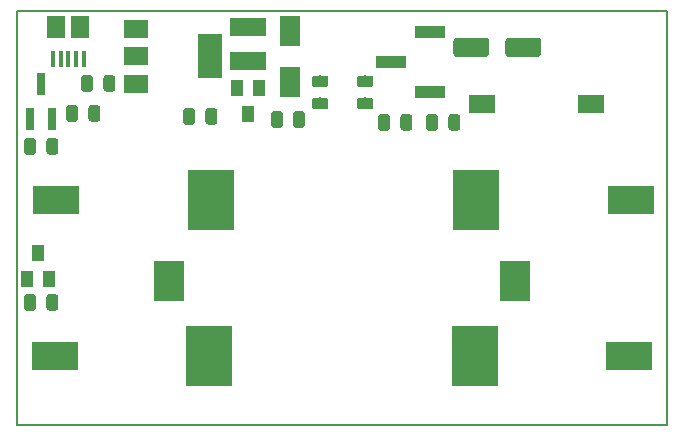
<source format=gbr>
%TF.GenerationSoftware,KiCad,Pcbnew,5.0.2-bee76a0~70~ubuntu18.04.1*%
%TF.CreationDate,2019-10-10T23:15:17+02:00*%
%TF.ProjectId,Mini-BT-Pcb-328P,4d696e69-2d42-4542-9d50-63622d333238,rev?*%
%TF.SameCoordinates,Original*%
%TF.FileFunction,Paste,Bot*%
%TF.FilePolarity,Positive*%
%FSLAX46Y46*%
G04 Gerber Fmt 4.6, Leading zero omitted, Abs format (unit mm)*
G04 Created by KiCad (PCBNEW 5.0.2-bee76a0~70~ubuntu18.04.1) date gio 10 ott 2019 23:15:17 CEST*
%MOMM*%
%LPD*%
G01*
G04 APERTURE LIST*
%ADD10C,0.150000*%
%ADD11R,2.180000X1.600000*%
%ADD12C,1.600000*%
%ADD13R,2.540000X3.510000*%
%ADD14R,3.020000X1.510000*%
%ADD15C,0.975000*%
%ADD16R,2.510000X1.000000*%
%ADD17R,1.500000X1.900000*%
%ADD18R,0.400000X1.350000*%
%ADD19R,1.000000X1.400000*%
%ADD20R,2.000000X3.800000*%
%ADD21R,2.000000X1.500000*%
%ADD22R,0.800000X1.900000*%
%ADD23R,3.960000X5.080000*%
%ADD24R,3.960000X2.340000*%
%ADD25R,1.750000X2.650000*%
G04 APERTURE END LIST*
D10*
X132080000Y-108406000D02*
X132080000Y-73406000D01*
X187080000Y-108406000D02*
X132080000Y-108406000D01*
X187080000Y-73406000D02*
X187080000Y-108406000D01*
X132080000Y-73406000D02*
X187080000Y-73406000D01*
D11*
X180622000Y-81280000D03*
X171422000Y-81280000D03*
D10*
G36*
X171794504Y-75655204D02*
X171818773Y-75658804D01*
X171842571Y-75664765D01*
X171865671Y-75673030D01*
X171887849Y-75683520D01*
X171908893Y-75696133D01*
X171928598Y-75710747D01*
X171946777Y-75727223D01*
X171963253Y-75745402D01*
X171977867Y-75765107D01*
X171990480Y-75786151D01*
X172000970Y-75808329D01*
X172009235Y-75831429D01*
X172015196Y-75855227D01*
X172018796Y-75879496D01*
X172020000Y-75904000D01*
X172020000Y-77004000D01*
X172018796Y-77028504D01*
X172015196Y-77052773D01*
X172009235Y-77076571D01*
X172000970Y-77099671D01*
X171990480Y-77121849D01*
X171977867Y-77142893D01*
X171963253Y-77162598D01*
X171946777Y-77180777D01*
X171928598Y-77197253D01*
X171908893Y-77211867D01*
X171887849Y-77224480D01*
X171865671Y-77234970D01*
X171842571Y-77243235D01*
X171818773Y-77249196D01*
X171794504Y-77252796D01*
X171770000Y-77254000D01*
X169270000Y-77254000D01*
X169245496Y-77252796D01*
X169221227Y-77249196D01*
X169197429Y-77243235D01*
X169174329Y-77234970D01*
X169152151Y-77224480D01*
X169131107Y-77211867D01*
X169111402Y-77197253D01*
X169093223Y-77180777D01*
X169076747Y-77162598D01*
X169062133Y-77142893D01*
X169049520Y-77121849D01*
X169039030Y-77099671D01*
X169030765Y-77076571D01*
X169024804Y-77052773D01*
X169021204Y-77028504D01*
X169020000Y-77004000D01*
X169020000Y-75904000D01*
X169021204Y-75879496D01*
X169024804Y-75855227D01*
X169030765Y-75831429D01*
X169039030Y-75808329D01*
X169049520Y-75786151D01*
X169062133Y-75765107D01*
X169076747Y-75745402D01*
X169093223Y-75727223D01*
X169111402Y-75710747D01*
X169131107Y-75696133D01*
X169152151Y-75683520D01*
X169174329Y-75673030D01*
X169197429Y-75664765D01*
X169221227Y-75658804D01*
X169245496Y-75655204D01*
X169270000Y-75654000D01*
X171770000Y-75654000D01*
X171794504Y-75655204D01*
X171794504Y-75655204D01*
G37*
D12*
X170520000Y-76454000D03*
D10*
G36*
X176194504Y-75655204D02*
X176218773Y-75658804D01*
X176242571Y-75664765D01*
X176265671Y-75673030D01*
X176287849Y-75683520D01*
X176308893Y-75696133D01*
X176328598Y-75710747D01*
X176346777Y-75727223D01*
X176363253Y-75745402D01*
X176377867Y-75765107D01*
X176390480Y-75786151D01*
X176400970Y-75808329D01*
X176409235Y-75831429D01*
X176415196Y-75855227D01*
X176418796Y-75879496D01*
X176420000Y-75904000D01*
X176420000Y-77004000D01*
X176418796Y-77028504D01*
X176415196Y-77052773D01*
X176409235Y-77076571D01*
X176400970Y-77099671D01*
X176390480Y-77121849D01*
X176377867Y-77142893D01*
X176363253Y-77162598D01*
X176346777Y-77180777D01*
X176328598Y-77197253D01*
X176308893Y-77211867D01*
X176287849Y-77224480D01*
X176265671Y-77234970D01*
X176242571Y-77243235D01*
X176218773Y-77249196D01*
X176194504Y-77252796D01*
X176170000Y-77254000D01*
X173670000Y-77254000D01*
X173645496Y-77252796D01*
X173621227Y-77249196D01*
X173597429Y-77243235D01*
X173574329Y-77234970D01*
X173552151Y-77224480D01*
X173531107Y-77211867D01*
X173511402Y-77197253D01*
X173493223Y-77180777D01*
X173476747Y-77162598D01*
X173462133Y-77142893D01*
X173449520Y-77121849D01*
X173439030Y-77099671D01*
X173430765Y-77076571D01*
X173424804Y-77052773D01*
X173421204Y-77028504D01*
X173420000Y-77004000D01*
X173420000Y-75904000D01*
X173421204Y-75879496D01*
X173424804Y-75855227D01*
X173430765Y-75831429D01*
X173439030Y-75808329D01*
X173449520Y-75786151D01*
X173462133Y-75765107D01*
X173476747Y-75745402D01*
X173493223Y-75727223D01*
X173511402Y-75710747D01*
X173531107Y-75696133D01*
X173552151Y-75683520D01*
X173574329Y-75673030D01*
X173597429Y-75664765D01*
X173621227Y-75658804D01*
X173645496Y-75655204D01*
X173670000Y-75654000D01*
X176170000Y-75654000D01*
X176194504Y-75655204D01*
X176194504Y-75655204D01*
G37*
D12*
X174920000Y-76454000D03*
D13*
X144900000Y-96266000D03*
X174260000Y-96266000D03*
D14*
X151638000Y-77650000D03*
X151638000Y-74750000D03*
D10*
G36*
X133442142Y-97345174D02*
X133465803Y-97348684D01*
X133489007Y-97354496D01*
X133511529Y-97362554D01*
X133533153Y-97372782D01*
X133553670Y-97385079D01*
X133572883Y-97399329D01*
X133590607Y-97415393D01*
X133606671Y-97433117D01*
X133620921Y-97452330D01*
X133633218Y-97472847D01*
X133643446Y-97494471D01*
X133651504Y-97516993D01*
X133657316Y-97540197D01*
X133660826Y-97563858D01*
X133662000Y-97587750D01*
X133662000Y-98500250D01*
X133660826Y-98524142D01*
X133657316Y-98547803D01*
X133651504Y-98571007D01*
X133643446Y-98593529D01*
X133633218Y-98615153D01*
X133620921Y-98635670D01*
X133606671Y-98654883D01*
X133590607Y-98672607D01*
X133572883Y-98688671D01*
X133553670Y-98702921D01*
X133533153Y-98715218D01*
X133511529Y-98725446D01*
X133489007Y-98733504D01*
X133465803Y-98739316D01*
X133442142Y-98742826D01*
X133418250Y-98744000D01*
X132930750Y-98744000D01*
X132906858Y-98742826D01*
X132883197Y-98739316D01*
X132859993Y-98733504D01*
X132837471Y-98725446D01*
X132815847Y-98715218D01*
X132795330Y-98702921D01*
X132776117Y-98688671D01*
X132758393Y-98672607D01*
X132742329Y-98654883D01*
X132728079Y-98635670D01*
X132715782Y-98615153D01*
X132705554Y-98593529D01*
X132697496Y-98571007D01*
X132691684Y-98547803D01*
X132688174Y-98524142D01*
X132687000Y-98500250D01*
X132687000Y-97587750D01*
X132688174Y-97563858D01*
X132691684Y-97540197D01*
X132697496Y-97516993D01*
X132705554Y-97494471D01*
X132715782Y-97472847D01*
X132728079Y-97452330D01*
X132742329Y-97433117D01*
X132758393Y-97415393D01*
X132776117Y-97399329D01*
X132795330Y-97385079D01*
X132815847Y-97372782D01*
X132837471Y-97362554D01*
X132859993Y-97354496D01*
X132883197Y-97348684D01*
X132906858Y-97345174D01*
X132930750Y-97344000D01*
X133418250Y-97344000D01*
X133442142Y-97345174D01*
X133442142Y-97345174D01*
G37*
D15*
X133174500Y-98044000D03*
D10*
G36*
X135317142Y-97345174D02*
X135340803Y-97348684D01*
X135364007Y-97354496D01*
X135386529Y-97362554D01*
X135408153Y-97372782D01*
X135428670Y-97385079D01*
X135447883Y-97399329D01*
X135465607Y-97415393D01*
X135481671Y-97433117D01*
X135495921Y-97452330D01*
X135508218Y-97472847D01*
X135518446Y-97494471D01*
X135526504Y-97516993D01*
X135532316Y-97540197D01*
X135535826Y-97563858D01*
X135537000Y-97587750D01*
X135537000Y-98500250D01*
X135535826Y-98524142D01*
X135532316Y-98547803D01*
X135526504Y-98571007D01*
X135518446Y-98593529D01*
X135508218Y-98615153D01*
X135495921Y-98635670D01*
X135481671Y-98654883D01*
X135465607Y-98672607D01*
X135447883Y-98688671D01*
X135428670Y-98702921D01*
X135408153Y-98715218D01*
X135386529Y-98725446D01*
X135364007Y-98733504D01*
X135340803Y-98739316D01*
X135317142Y-98742826D01*
X135293250Y-98744000D01*
X134805750Y-98744000D01*
X134781858Y-98742826D01*
X134758197Y-98739316D01*
X134734993Y-98733504D01*
X134712471Y-98725446D01*
X134690847Y-98715218D01*
X134670330Y-98702921D01*
X134651117Y-98688671D01*
X134633393Y-98672607D01*
X134617329Y-98654883D01*
X134603079Y-98635670D01*
X134590782Y-98615153D01*
X134580554Y-98593529D01*
X134572496Y-98571007D01*
X134566684Y-98547803D01*
X134563174Y-98524142D01*
X134562000Y-98500250D01*
X134562000Y-97587750D01*
X134563174Y-97563858D01*
X134566684Y-97540197D01*
X134572496Y-97516993D01*
X134580554Y-97494471D01*
X134590782Y-97472847D01*
X134603079Y-97452330D01*
X134617329Y-97433117D01*
X134633393Y-97415393D01*
X134651117Y-97399329D01*
X134670330Y-97385079D01*
X134690847Y-97372782D01*
X134712471Y-97362554D01*
X134734993Y-97354496D01*
X134758197Y-97348684D01*
X134781858Y-97345174D01*
X134805750Y-97344000D01*
X135293250Y-97344000D01*
X135317142Y-97345174D01*
X135317142Y-97345174D01*
G37*
D15*
X135049500Y-98044000D03*
D10*
G36*
X138268142Y-78803174D02*
X138291803Y-78806684D01*
X138315007Y-78812496D01*
X138337529Y-78820554D01*
X138359153Y-78830782D01*
X138379670Y-78843079D01*
X138398883Y-78857329D01*
X138416607Y-78873393D01*
X138432671Y-78891117D01*
X138446921Y-78910330D01*
X138459218Y-78930847D01*
X138469446Y-78952471D01*
X138477504Y-78974993D01*
X138483316Y-78998197D01*
X138486826Y-79021858D01*
X138488000Y-79045750D01*
X138488000Y-79958250D01*
X138486826Y-79982142D01*
X138483316Y-80005803D01*
X138477504Y-80029007D01*
X138469446Y-80051529D01*
X138459218Y-80073153D01*
X138446921Y-80093670D01*
X138432671Y-80112883D01*
X138416607Y-80130607D01*
X138398883Y-80146671D01*
X138379670Y-80160921D01*
X138359153Y-80173218D01*
X138337529Y-80183446D01*
X138315007Y-80191504D01*
X138291803Y-80197316D01*
X138268142Y-80200826D01*
X138244250Y-80202000D01*
X137756750Y-80202000D01*
X137732858Y-80200826D01*
X137709197Y-80197316D01*
X137685993Y-80191504D01*
X137663471Y-80183446D01*
X137641847Y-80173218D01*
X137621330Y-80160921D01*
X137602117Y-80146671D01*
X137584393Y-80130607D01*
X137568329Y-80112883D01*
X137554079Y-80093670D01*
X137541782Y-80073153D01*
X137531554Y-80051529D01*
X137523496Y-80029007D01*
X137517684Y-80005803D01*
X137514174Y-79982142D01*
X137513000Y-79958250D01*
X137513000Y-79045750D01*
X137514174Y-79021858D01*
X137517684Y-78998197D01*
X137523496Y-78974993D01*
X137531554Y-78952471D01*
X137541782Y-78930847D01*
X137554079Y-78910330D01*
X137568329Y-78891117D01*
X137584393Y-78873393D01*
X137602117Y-78857329D01*
X137621330Y-78843079D01*
X137641847Y-78830782D01*
X137663471Y-78820554D01*
X137685993Y-78812496D01*
X137709197Y-78806684D01*
X137732858Y-78803174D01*
X137756750Y-78802000D01*
X138244250Y-78802000D01*
X138268142Y-78803174D01*
X138268142Y-78803174D01*
G37*
D15*
X138000500Y-79502000D03*
D10*
G36*
X140143142Y-78803174D02*
X140166803Y-78806684D01*
X140190007Y-78812496D01*
X140212529Y-78820554D01*
X140234153Y-78830782D01*
X140254670Y-78843079D01*
X140273883Y-78857329D01*
X140291607Y-78873393D01*
X140307671Y-78891117D01*
X140321921Y-78910330D01*
X140334218Y-78930847D01*
X140344446Y-78952471D01*
X140352504Y-78974993D01*
X140358316Y-78998197D01*
X140361826Y-79021858D01*
X140363000Y-79045750D01*
X140363000Y-79958250D01*
X140361826Y-79982142D01*
X140358316Y-80005803D01*
X140352504Y-80029007D01*
X140344446Y-80051529D01*
X140334218Y-80073153D01*
X140321921Y-80093670D01*
X140307671Y-80112883D01*
X140291607Y-80130607D01*
X140273883Y-80146671D01*
X140254670Y-80160921D01*
X140234153Y-80173218D01*
X140212529Y-80183446D01*
X140190007Y-80191504D01*
X140166803Y-80197316D01*
X140143142Y-80200826D01*
X140119250Y-80202000D01*
X139631750Y-80202000D01*
X139607858Y-80200826D01*
X139584197Y-80197316D01*
X139560993Y-80191504D01*
X139538471Y-80183446D01*
X139516847Y-80173218D01*
X139496330Y-80160921D01*
X139477117Y-80146671D01*
X139459393Y-80130607D01*
X139443329Y-80112883D01*
X139429079Y-80093670D01*
X139416782Y-80073153D01*
X139406554Y-80051529D01*
X139398496Y-80029007D01*
X139392684Y-80005803D01*
X139389174Y-79982142D01*
X139388000Y-79958250D01*
X139388000Y-79045750D01*
X139389174Y-79021858D01*
X139392684Y-78998197D01*
X139398496Y-78974993D01*
X139406554Y-78952471D01*
X139416782Y-78930847D01*
X139429079Y-78910330D01*
X139443329Y-78891117D01*
X139459393Y-78873393D01*
X139477117Y-78857329D01*
X139496330Y-78843079D01*
X139516847Y-78830782D01*
X139538471Y-78820554D01*
X139560993Y-78812496D01*
X139584197Y-78806684D01*
X139607858Y-78803174D01*
X139631750Y-78802000D01*
X140119250Y-78802000D01*
X140143142Y-78803174D01*
X140143142Y-78803174D01*
G37*
D15*
X139875500Y-79502000D03*
D10*
G36*
X133442142Y-84137174D02*
X133465803Y-84140684D01*
X133489007Y-84146496D01*
X133511529Y-84154554D01*
X133533153Y-84164782D01*
X133553670Y-84177079D01*
X133572883Y-84191329D01*
X133590607Y-84207393D01*
X133606671Y-84225117D01*
X133620921Y-84244330D01*
X133633218Y-84264847D01*
X133643446Y-84286471D01*
X133651504Y-84308993D01*
X133657316Y-84332197D01*
X133660826Y-84355858D01*
X133662000Y-84379750D01*
X133662000Y-85292250D01*
X133660826Y-85316142D01*
X133657316Y-85339803D01*
X133651504Y-85363007D01*
X133643446Y-85385529D01*
X133633218Y-85407153D01*
X133620921Y-85427670D01*
X133606671Y-85446883D01*
X133590607Y-85464607D01*
X133572883Y-85480671D01*
X133553670Y-85494921D01*
X133533153Y-85507218D01*
X133511529Y-85517446D01*
X133489007Y-85525504D01*
X133465803Y-85531316D01*
X133442142Y-85534826D01*
X133418250Y-85536000D01*
X132930750Y-85536000D01*
X132906858Y-85534826D01*
X132883197Y-85531316D01*
X132859993Y-85525504D01*
X132837471Y-85517446D01*
X132815847Y-85507218D01*
X132795330Y-85494921D01*
X132776117Y-85480671D01*
X132758393Y-85464607D01*
X132742329Y-85446883D01*
X132728079Y-85427670D01*
X132715782Y-85407153D01*
X132705554Y-85385529D01*
X132697496Y-85363007D01*
X132691684Y-85339803D01*
X132688174Y-85316142D01*
X132687000Y-85292250D01*
X132687000Y-84379750D01*
X132688174Y-84355858D01*
X132691684Y-84332197D01*
X132697496Y-84308993D01*
X132705554Y-84286471D01*
X132715782Y-84264847D01*
X132728079Y-84244330D01*
X132742329Y-84225117D01*
X132758393Y-84207393D01*
X132776117Y-84191329D01*
X132795330Y-84177079D01*
X132815847Y-84164782D01*
X132837471Y-84154554D01*
X132859993Y-84146496D01*
X132883197Y-84140684D01*
X132906858Y-84137174D01*
X132930750Y-84136000D01*
X133418250Y-84136000D01*
X133442142Y-84137174D01*
X133442142Y-84137174D01*
G37*
D15*
X133174500Y-84836000D03*
D10*
G36*
X135317142Y-84137174D02*
X135340803Y-84140684D01*
X135364007Y-84146496D01*
X135386529Y-84154554D01*
X135408153Y-84164782D01*
X135428670Y-84177079D01*
X135447883Y-84191329D01*
X135465607Y-84207393D01*
X135481671Y-84225117D01*
X135495921Y-84244330D01*
X135508218Y-84264847D01*
X135518446Y-84286471D01*
X135526504Y-84308993D01*
X135532316Y-84332197D01*
X135535826Y-84355858D01*
X135537000Y-84379750D01*
X135537000Y-85292250D01*
X135535826Y-85316142D01*
X135532316Y-85339803D01*
X135526504Y-85363007D01*
X135518446Y-85385529D01*
X135508218Y-85407153D01*
X135495921Y-85427670D01*
X135481671Y-85446883D01*
X135465607Y-85464607D01*
X135447883Y-85480671D01*
X135428670Y-85494921D01*
X135408153Y-85507218D01*
X135386529Y-85517446D01*
X135364007Y-85525504D01*
X135340803Y-85531316D01*
X135317142Y-85534826D01*
X135293250Y-85536000D01*
X134805750Y-85536000D01*
X134781858Y-85534826D01*
X134758197Y-85531316D01*
X134734993Y-85525504D01*
X134712471Y-85517446D01*
X134690847Y-85507218D01*
X134670330Y-85494921D01*
X134651117Y-85480671D01*
X134633393Y-85464607D01*
X134617329Y-85446883D01*
X134603079Y-85427670D01*
X134590782Y-85407153D01*
X134580554Y-85385529D01*
X134572496Y-85363007D01*
X134566684Y-85339803D01*
X134563174Y-85316142D01*
X134562000Y-85292250D01*
X134562000Y-84379750D01*
X134563174Y-84355858D01*
X134566684Y-84332197D01*
X134572496Y-84308993D01*
X134580554Y-84286471D01*
X134590782Y-84264847D01*
X134603079Y-84244330D01*
X134617329Y-84225117D01*
X134633393Y-84207393D01*
X134651117Y-84191329D01*
X134670330Y-84177079D01*
X134690847Y-84164782D01*
X134712471Y-84154554D01*
X134734993Y-84146496D01*
X134758197Y-84140684D01*
X134781858Y-84137174D01*
X134805750Y-84136000D01*
X135293250Y-84136000D01*
X135317142Y-84137174D01*
X135317142Y-84137174D01*
G37*
D15*
X135049500Y-84836000D03*
D10*
G36*
X169353142Y-82105174D02*
X169376803Y-82108684D01*
X169400007Y-82114496D01*
X169422529Y-82122554D01*
X169444153Y-82132782D01*
X169464670Y-82145079D01*
X169483883Y-82159329D01*
X169501607Y-82175393D01*
X169517671Y-82193117D01*
X169531921Y-82212330D01*
X169544218Y-82232847D01*
X169554446Y-82254471D01*
X169562504Y-82276993D01*
X169568316Y-82300197D01*
X169571826Y-82323858D01*
X169573000Y-82347750D01*
X169573000Y-83260250D01*
X169571826Y-83284142D01*
X169568316Y-83307803D01*
X169562504Y-83331007D01*
X169554446Y-83353529D01*
X169544218Y-83375153D01*
X169531921Y-83395670D01*
X169517671Y-83414883D01*
X169501607Y-83432607D01*
X169483883Y-83448671D01*
X169464670Y-83462921D01*
X169444153Y-83475218D01*
X169422529Y-83485446D01*
X169400007Y-83493504D01*
X169376803Y-83499316D01*
X169353142Y-83502826D01*
X169329250Y-83504000D01*
X168841750Y-83504000D01*
X168817858Y-83502826D01*
X168794197Y-83499316D01*
X168770993Y-83493504D01*
X168748471Y-83485446D01*
X168726847Y-83475218D01*
X168706330Y-83462921D01*
X168687117Y-83448671D01*
X168669393Y-83432607D01*
X168653329Y-83414883D01*
X168639079Y-83395670D01*
X168626782Y-83375153D01*
X168616554Y-83353529D01*
X168608496Y-83331007D01*
X168602684Y-83307803D01*
X168599174Y-83284142D01*
X168598000Y-83260250D01*
X168598000Y-82347750D01*
X168599174Y-82323858D01*
X168602684Y-82300197D01*
X168608496Y-82276993D01*
X168616554Y-82254471D01*
X168626782Y-82232847D01*
X168639079Y-82212330D01*
X168653329Y-82193117D01*
X168669393Y-82175393D01*
X168687117Y-82159329D01*
X168706330Y-82145079D01*
X168726847Y-82132782D01*
X168748471Y-82122554D01*
X168770993Y-82114496D01*
X168794197Y-82108684D01*
X168817858Y-82105174D01*
X168841750Y-82104000D01*
X169329250Y-82104000D01*
X169353142Y-82105174D01*
X169353142Y-82105174D01*
G37*
D15*
X169085500Y-82804000D03*
D10*
G36*
X167478142Y-82105174D02*
X167501803Y-82108684D01*
X167525007Y-82114496D01*
X167547529Y-82122554D01*
X167569153Y-82132782D01*
X167589670Y-82145079D01*
X167608883Y-82159329D01*
X167626607Y-82175393D01*
X167642671Y-82193117D01*
X167656921Y-82212330D01*
X167669218Y-82232847D01*
X167679446Y-82254471D01*
X167687504Y-82276993D01*
X167693316Y-82300197D01*
X167696826Y-82323858D01*
X167698000Y-82347750D01*
X167698000Y-83260250D01*
X167696826Y-83284142D01*
X167693316Y-83307803D01*
X167687504Y-83331007D01*
X167679446Y-83353529D01*
X167669218Y-83375153D01*
X167656921Y-83395670D01*
X167642671Y-83414883D01*
X167626607Y-83432607D01*
X167608883Y-83448671D01*
X167589670Y-83462921D01*
X167569153Y-83475218D01*
X167547529Y-83485446D01*
X167525007Y-83493504D01*
X167501803Y-83499316D01*
X167478142Y-83502826D01*
X167454250Y-83504000D01*
X166966750Y-83504000D01*
X166942858Y-83502826D01*
X166919197Y-83499316D01*
X166895993Y-83493504D01*
X166873471Y-83485446D01*
X166851847Y-83475218D01*
X166831330Y-83462921D01*
X166812117Y-83448671D01*
X166794393Y-83432607D01*
X166778329Y-83414883D01*
X166764079Y-83395670D01*
X166751782Y-83375153D01*
X166741554Y-83353529D01*
X166733496Y-83331007D01*
X166727684Y-83307803D01*
X166724174Y-83284142D01*
X166723000Y-83260250D01*
X166723000Y-82347750D01*
X166724174Y-82323858D01*
X166727684Y-82300197D01*
X166733496Y-82276993D01*
X166741554Y-82254471D01*
X166751782Y-82232847D01*
X166764079Y-82212330D01*
X166778329Y-82193117D01*
X166794393Y-82175393D01*
X166812117Y-82159329D01*
X166831330Y-82145079D01*
X166851847Y-82132782D01*
X166873471Y-82122554D01*
X166895993Y-82114496D01*
X166919197Y-82108684D01*
X166942858Y-82105174D01*
X166966750Y-82104000D01*
X167454250Y-82104000D01*
X167478142Y-82105174D01*
X167478142Y-82105174D01*
G37*
D15*
X167210500Y-82804000D03*
D16*
X167009000Y-75184000D03*
X167009000Y-80264000D03*
X163699000Y-77724000D03*
D17*
X137398000Y-74708500D03*
D18*
X135748000Y-77408500D03*
X135098000Y-77408500D03*
X137698000Y-77408500D03*
X137048000Y-77408500D03*
X136398000Y-77408500D03*
D17*
X135398000Y-74708500D03*
D19*
X151638000Y-82126000D03*
X152588000Y-79926000D03*
X150688000Y-79926000D03*
X133858000Y-93896000D03*
X132908000Y-96096000D03*
X134808000Y-96096000D03*
D20*
X148438000Y-77216000D03*
D21*
X142138000Y-77216000D03*
X142138000Y-74916000D03*
X142138000Y-79516000D03*
D22*
X135062000Y-82526000D03*
X133162000Y-82526000D03*
X134112000Y-79526000D03*
D10*
G36*
X158214142Y-80715174D02*
X158237803Y-80718684D01*
X158261007Y-80724496D01*
X158283529Y-80732554D01*
X158305153Y-80742782D01*
X158325670Y-80755079D01*
X158344883Y-80769329D01*
X158362607Y-80785393D01*
X158378671Y-80803117D01*
X158392921Y-80822330D01*
X158405218Y-80842847D01*
X158415446Y-80864471D01*
X158423504Y-80886993D01*
X158429316Y-80910197D01*
X158432826Y-80933858D01*
X158434000Y-80957750D01*
X158434000Y-81445250D01*
X158432826Y-81469142D01*
X158429316Y-81492803D01*
X158423504Y-81516007D01*
X158415446Y-81538529D01*
X158405218Y-81560153D01*
X158392921Y-81580670D01*
X158378671Y-81599883D01*
X158362607Y-81617607D01*
X158344883Y-81633671D01*
X158325670Y-81647921D01*
X158305153Y-81660218D01*
X158283529Y-81670446D01*
X158261007Y-81678504D01*
X158237803Y-81684316D01*
X158214142Y-81687826D01*
X158190250Y-81689000D01*
X157277750Y-81689000D01*
X157253858Y-81687826D01*
X157230197Y-81684316D01*
X157206993Y-81678504D01*
X157184471Y-81670446D01*
X157162847Y-81660218D01*
X157142330Y-81647921D01*
X157123117Y-81633671D01*
X157105393Y-81617607D01*
X157089329Y-81599883D01*
X157075079Y-81580670D01*
X157062782Y-81560153D01*
X157052554Y-81538529D01*
X157044496Y-81516007D01*
X157038684Y-81492803D01*
X157035174Y-81469142D01*
X157034000Y-81445250D01*
X157034000Y-80957750D01*
X157035174Y-80933858D01*
X157038684Y-80910197D01*
X157044496Y-80886993D01*
X157052554Y-80864471D01*
X157062782Y-80842847D01*
X157075079Y-80822330D01*
X157089329Y-80803117D01*
X157105393Y-80785393D01*
X157123117Y-80769329D01*
X157142330Y-80755079D01*
X157162847Y-80742782D01*
X157184471Y-80732554D01*
X157206993Y-80724496D01*
X157230197Y-80718684D01*
X157253858Y-80715174D01*
X157277750Y-80714000D01*
X158190250Y-80714000D01*
X158214142Y-80715174D01*
X158214142Y-80715174D01*
G37*
D15*
X157734000Y-81201500D03*
D10*
G36*
X158214142Y-78840174D02*
X158237803Y-78843684D01*
X158261007Y-78849496D01*
X158283529Y-78857554D01*
X158305153Y-78867782D01*
X158325670Y-78880079D01*
X158344883Y-78894329D01*
X158362607Y-78910393D01*
X158378671Y-78928117D01*
X158392921Y-78947330D01*
X158405218Y-78967847D01*
X158415446Y-78989471D01*
X158423504Y-79011993D01*
X158429316Y-79035197D01*
X158432826Y-79058858D01*
X158434000Y-79082750D01*
X158434000Y-79570250D01*
X158432826Y-79594142D01*
X158429316Y-79617803D01*
X158423504Y-79641007D01*
X158415446Y-79663529D01*
X158405218Y-79685153D01*
X158392921Y-79705670D01*
X158378671Y-79724883D01*
X158362607Y-79742607D01*
X158344883Y-79758671D01*
X158325670Y-79772921D01*
X158305153Y-79785218D01*
X158283529Y-79795446D01*
X158261007Y-79803504D01*
X158237803Y-79809316D01*
X158214142Y-79812826D01*
X158190250Y-79814000D01*
X157277750Y-79814000D01*
X157253858Y-79812826D01*
X157230197Y-79809316D01*
X157206993Y-79803504D01*
X157184471Y-79795446D01*
X157162847Y-79785218D01*
X157142330Y-79772921D01*
X157123117Y-79758671D01*
X157105393Y-79742607D01*
X157089329Y-79724883D01*
X157075079Y-79705670D01*
X157062782Y-79685153D01*
X157052554Y-79663529D01*
X157044496Y-79641007D01*
X157038684Y-79617803D01*
X157035174Y-79594142D01*
X157034000Y-79570250D01*
X157034000Y-79082750D01*
X157035174Y-79058858D01*
X157038684Y-79035197D01*
X157044496Y-79011993D01*
X157052554Y-78989471D01*
X157062782Y-78967847D01*
X157075079Y-78947330D01*
X157089329Y-78928117D01*
X157105393Y-78910393D01*
X157123117Y-78894329D01*
X157142330Y-78880079D01*
X157162847Y-78867782D01*
X157184471Y-78857554D01*
X157206993Y-78849496D01*
X157230197Y-78843684D01*
X157253858Y-78840174D01*
X157277750Y-78839000D01*
X158190250Y-78839000D01*
X158214142Y-78840174D01*
X158214142Y-78840174D01*
G37*
D15*
X157734000Y-79326500D03*
D10*
G36*
X162024142Y-78840174D02*
X162047803Y-78843684D01*
X162071007Y-78849496D01*
X162093529Y-78857554D01*
X162115153Y-78867782D01*
X162135670Y-78880079D01*
X162154883Y-78894329D01*
X162172607Y-78910393D01*
X162188671Y-78928117D01*
X162202921Y-78947330D01*
X162215218Y-78967847D01*
X162225446Y-78989471D01*
X162233504Y-79011993D01*
X162239316Y-79035197D01*
X162242826Y-79058858D01*
X162244000Y-79082750D01*
X162244000Y-79570250D01*
X162242826Y-79594142D01*
X162239316Y-79617803D01*
X162233504Y-79641007D01*
X162225446Y-79663529D01*
X162215218Y-79685153D01*
X162202921Y-79705670D01*
X162188671Y-79724883D01*
X162172607Y-79742607D01*
X162154883Y-79758671D01*
X162135670Y-79772921D01*
X162115153Y-79785218D01*
X162093529Y-79795446D01*
X162071007Y-79803504D01*
X162047803Y-79809316D01*
X162024142Y-79812826D01*
X162000250Y-79814000D01*
X161087750Y-79814000D01*
X161063858Y-79812826D01*
X161040197Y-79809316D01*
X161016993Y-79803504D01*
X160994471Y-79795446D01*
X160972847Y-79785218D01*
X160952330Y-79772921D01*
X160933117Y-79758671D01*
X160915393Y-79742607D01*
X160899329Y-79724883D01*
X160885079Y-79705670D01*
X160872782Y-79685153D01*
X160862554Y-79663529D01*
X160854496Y-79641007D01*
X160848684Y-79617803D01*
X160845174Y-79594142D01*
X160844000Y-79570250D01*
X160844000Y-79082750D01*
X160845174Y-79058858D01*
X160848684Y-79035197D01*
X160854496Y-79011993D01*
X160862554Y-78989471D01*
X160872782Y-78967847D01*
X160885079Y-78947330D01*
X160899329Y-78928117D01*
X160915393Y-78910393D01*
X160933117Y-78894329D01*
X160952330Y-78880079D01*
X160972847Y-78867782D01*
X160994471Y-78857554D01*
X161016993Y-78849496D01*
X161040197Y-78843684D01*
X161063858Y-78840174D01*
X161087750Y-78839000D01*
X162000250Y-78839000D01*
X162024142Y-78840174D01*
X162024142Y-78840174D01*
G37*
D15*
X161544000Y-79326500D03*
D10*
G36*
X162024142Y-80715174D02*
X162047803Y-80718684D01*
X162071007Y-80724496D01*
X162093529Y-80732554D01*
X162115153Y-80742782D01*
X162135670Y-80755079D01*
X162154883Y-80769329D01*
X162172607Y-80785393D01*
X162188671Y-80803117D01*
X162202921Y-80822330D01*
X162215218Y-80842847D01*
X162225446Y-80864471D01*
X162233504Y-80886993D01*
X162239316Y-80910197D01*
X162242826Y-80933858D01*
X162244000Y-80957750D01*
X162244000Y-81445250D01*
X162242826Y-81469142D01*
X162239316Y-81492803D01*
X162233504Y-81516007D01*
X162225446Y-81538529D01*
X162215218Y-81560153D01*
X162202921Y-81580670D01*
X162188671Y-81599883D01*
X162172607Y-81617607D01*
X162154883Y-81633671D01*
X162135670Y-81647921D01*
X162115153Y-81660218D01*
X162093529Y-81670446D01*
X162071007Y-81678504D01*
X162047803Y-81684316D01*
X162024142Y-81687826D01*
X162000250Y-81689000D01*
X161087750Y-81689000D01*
X161063858Y-81687826D01*
X161040197Y-81684316D01*
X161016993Y-81678504D01*
X160994471Y-81670446D01*
X160972847Y-81660218D01*
X160952330Y-81647921D01*
X160933117Y-81633671D01*
X160915393Y-81617607D01*
X160899329Y-81599883D01*
X160885079Y-81580670D01*
X160872782Y-81560153D01*
X160862554Y-81538529D01*
X160854496Y-81516007D01*
X160848684Y-81492803D01*
X160845174Y-81469142D01*
X160844000Y-81445250D01*
X160844000Y-80957750D01*
X160845174Y-80933858D01*
X160848684Y-80910197D01*
X160854496Y-80886993D01*
X160862554Y-80864471D01*
X160872782Y-80842847D01*
X160885079Y-80822330D01*
X160899329Y-80803117D01*
X160915393Y-80785393D01*
X160933117Y-80769329D01*
X160952330Y-80755079D01*
X160972847Y-80742782D01*
X160994471Y-80732554D01*
X161016993Y-80724496D01*
X161040197Y-80718684D01*
X161063858Y-80715174D01*
X161087750Y-80714000D01*
X162000250Y-80714000D01*
X162024142Y-80715174D01*
X162024142Y-80715174D01*
G37*
D15*
X161544000Y-81201500D03*
D10*
G36*
X138873142Y-81343174D02*
X138896803Y-81346684D01*
X138920007Y-81352496D01*
X138942529Y-81360554D01*
X138964153Y-81370782D01*
X138984670Y-81383079D01*
X139003883Y-81397329D01*
X139021607Y-81413393D01*
X139037671Y-81431117D01*
X139051921Y-81450330D01*
X139064218Y-81470847D01*
X139074446Y-81492471D01*
X139082504Y-81514993D01*
X139088316Y-81538197D01*
X139091826Y-81561858D01*
X139093000Y-81585750D01*
X139093000Y-82498250D01*
X139091826Y-82522142D01*
X139088316Y-82545803D01*
X139082504Y-82569007D01*
X139074446Y-82591529D01*
X139064218Y-82613153D01*
X139051921Y-82633670D01*
X139037671Y-82652883D01*
X139021607Y-82670607D01*
X139003883Y-82686671D01*
X138984670Y-82700921D01*
X138964153Y-82713218D01*
X138942529Y-82723446D01*
X138920007Y-82731504D01*
X138896803Y-82737316D01*
X138873142Y-82740826D01*
X138849250Y-82742000D01*
X138361750Y-82742000D01*
X138337858Y-82740826D01*
X138314197Y-82737316D01*
X138290993Y-82731504D01*
X138268471Y-82723446D01*
X138246847Y-82713218D01*
X138226330Y-82700921D01*
X138207117Y-82686671D01*
X138189393Y-82670607D01*
X138173329Y-82652883D01*
X138159079Y-82633670D01*
X138146782Y-82613153D01*
X138136554Y-82591529D01*
X138128496Y-82569007D01*
X138122684Y-82545803D01*
X138119174Y-82522142D01*
X138118000Y-82498250D01*
X138118000Y-81585750D01*
X138119174Y-81561858D01*
X138122684Y-81538197D01*
X138128496Y-81514993D01*
X138136554Y-81492471D01*
X138146782Y-81470847D01*
X138159079Y-81450330D01*
X138173329Y-81431117D01*
X138189393Y-81413393D01*
X138207117Y-81397329D01*
X138226330Y-81383079D01*
X138246847Y-81370782D01*
X138268471Y-81360554D01*
X138290993Y-81352496D01*
X138314197Y-81346684D01*
X138337858Y-81343174D01*
X138361750Y-81342000D01*
X138849250Y-81342000D01*
X138873142Y-81343174D01*
X138873142Y-81343174D01*
G37*
D15*
X138605500Y-82042000D03*
D10*
G36*
X136998142Y-81343174D02*
X137021803Y-81346684D01*
X137045007Y-81352496D01*
X137067529Y-81360554D01*
X137089153Y-81370782D01*
X137109670Y-81383079D01*
X137128883Y-81397329D01*
X137146607Y-81413393D01*
X137162671Y-81431117D01*
X137176921Y-81450330D01*
X137189218Y-81470847D01*
X137199446Y-81492471D01*
X137207504Y-81514993D01*
X137213316Y-81538197D01*
X137216826Y-81561858D01*
X137218000Y-81585750D01*
X137218000Y-82498250D01*
X137216826Y-82522142D01*
X137213316Y-82545803D01*
X137207504Y-82569007D01*
X137199446Y-82591529D01*
X137189218Y-82613153D01*
X137176921Y-82633670D01*
X137162671Y-82652883D01*
X137146607Y-82670607D01*
X137128883Y-82686671D01*
X137109670Y-82700921D01*
X137089153Y-82713218D01*
X137067529Y-82723446D01*
X137045007Y-82731504D01*
X137021803Y-82737316D01*
X136998142Y-82740826D01*
X136974250Y-82742000D01*
X136486750Y-82742000D01*
X136462858Y-82740826D01*
X136439197Y-82737316D01*
X136415993Y-82731504D01*
X136393471Y-82723446D01*
X136371847Y-82713218D01*
X136351330Y-82700921D01*
X136332117Y-82686671D01*
X136314393Y-82670607D01*
X136298329Y-82652883D01*
X136284079Y-82633670D01*
X136271782Y-82613153D01*
X136261554Y-82591529D01*
X136253496Y-82569007D01*
X136247684Y-82545803D01*
X136244174Y-82522142D01*
X136243000Y-82498250D01*
X136243000Y-81585750D01*
X136244174Y-81561858D01*
X136247684Y-81538197D01*
X136253496Y-81514993D01*
X136261554Y-81492471D01*
X136271782Y-81470847D01*
X136284079Y-81450330D01*
X136298329Y-81431117D01*
X136314393Y-81413393D01*
X136332117Y-81397329D01*
X136351330Y-81383079D01*
X136371847Y-81370782D01*
X136393471Y-81360554D01*
X136415993Y-81352496D01*
X136439197Y-81346684D01*
X136462858Y-81343174D01*
X136486750Y-81342000D01*
X136974250Y-81342000D01*
X136998142Y-81343174D01*
X136998142Y-81343174D01*
G37*
D15*
X136730500Y-82042000D03*
D10*
G36*
X148779142Y-81597174D02*
X148802803Y-81600684D01*
X148826007Y-81606496D01*
X148848529Y-81614554D01*
X148870153Y-81624782D01*
X148890670Y-81637079D01*
X148909883Y-81651329D01*
X148927607Y-81667393D01*
X148943671Y-81685117D01*
X148957921Y-81704330D01*
X148970218Y-81724847D01*
X148980446Y-81746471D01*
X148988504Y-81768993D01*
X148994316Y-81792197D01*
X148997826Y-81815858D01*
X148999000Y-81839750D01*
X148999000Y-82752250D01*
X148997826Y-82776142D01*
X148994316Y-82799803D01*
X148988504Y-82823007D01*
X148980446Y-82845529D01*
X148970218Y-82867153D01*
X148957921Y-82887670D01*
X148943671Y-82906883D01*
X148927607Y-82924607D01*
X148909883Y-82940671D01*
X148890670Y-82954921D01*
X148870153Y-82967218D01*
X148848529Y-82977446D01*
X148826007Y-82985504D01*
X148802803Y-82991316D01*
X148779142Y-82994826D01*
X148755250Y-82996000D01*
X148267750Y-82996000D01*
X148243858Y-82994826D01*
X148220197Y-82991316D01*
X148196993Y-82985504D01*
X148174471Y-82977446D01*
X148152847Y-82967218D01*
X148132330Y-82954921D01*
X148113117Y-82940671D01*
X148095393Y-82924607D01*
X148079329Y-82906883D01*
X148065079Y-82887670D01*
X148052782Y-82867153D01*
X148042554Y-82845529D01*
X148034496Y-82823007D01*
X148028684Y-82799803D01*
X148025174Y-82776142D01*
X148024000Y-82752250D01*
X148024000Y-81839750D01*
X148025174Y-81815858D01*
X148028684Y-81792197D01*
X148034496Y-81768993D01*
X148042554Y-81746471D01*
X148052782Y-81724847D01*
X148065079Y-81704330D01*
X148079329Y-81685117D01*
X148095393Y-81667393D01*
X148113117Y-81651329D01*
X148132330Y-81637079D01*
X148152847Y-81624782D01*
X148174471Y-81614554D01*
X148196993Y-81606496D01*
X148220197Y-81600684D01*
X148243858Y-81597174D01*
X148267750Y-81596000D01*
X148755250Y-81596000D01*
X148779142Y-81597174D01*
X148779142Y-81597174D01*
G37*
D15*
X148511500Y-82296000D03*
D10*
G36*
X146904142Y-81597174D02*
X146927803Y-81600684D01*
X146951007Y-81606496D01*
X146973529Y-81614554D01*
X146995153Y-81624782D01*
X147015670Y-81637079D01*
X147034883Y-81651329D01*
X147052607Y-81667393D01*
X147068671Y-81685117D01*
X147082921Y-81704330D01*
X147095218Y-81724847D01*
X147105446Y-81746471D01*
X147113504Y-81768993D01*
X147119316Y-81792197D01*
X147122826Y-81815858D01*
X147124000Y-81839750D01*
X147124000Y-82752250D01*
X147122826Y-82776142D01*
X147119316Y-82799803D01*
X147113504Y-82823007D01*
X147105446Y-82845529D01*
X147095218Y-82867153D01*
X147082921Y-82887670D01*
X147068671Y-82906883D01*
X147052607Y-82924607D01*
X147034883Y-82940671D01*
X147015670Y-82954921D01*
X146995153Y-82967218D01*
X146973529Y-82977446D01*
X146951007Y-82985504D01*
X146927803Y-82991316D01*
X146904142Y-82994826D01*
X146880250Y-82996000D01*
X146392750Y-82996000D01*
X146368858Y-82994826D01*
X146345197Y-82991316D01*
X146321993Y-82985504D01*
X146299471Y-82977446D01*
X146277847Y-82967218D01*
X146257330Y-82954921D01*
X146238117Y-82940671D01*
X146220393Y-82924607D01*
X146204329Y-82906883D01*
X146190079Y-82887670D01*
X146177782Y-82867153D01*
X146167554Y-82845529D01*
X146159496Y-82823007D01*
X146153684Y-82799803D01*
X146150174Y-82776142D01*
X146149000Y-82752250D01*
X146149000Y-81839750D01*
X146150174Y-81815858D01*
X146153684Y-81792197D01*
X146159496Y-81768993D01*
X146167554Y-81746471D01*
X146177782Y-81724847D01*
X146190079Y-81704330D01*
X146204329Y-81685117D01*
X146220393Y-81667393D01*
X146238117Y-81651329D01*
X146257330Y-81637079D01*
X146277847Y-81624782D01*
X146299471Y-81614554D01*
X146321993Y-81606496D01*
X146345197Y-81600684D01*
X146368858Y-81597174D01*
X146392750Y-81596000D01*
X146880250Y-81596000D01*
X146904142Y-81597174D01*
X146904142Y-81597174D01*
G37*
D15*
X146636500Y-82296000D03*
D10*
G36*
X154348642Y-81851174D02*
X154372303Y-81854684D01*
X154395507Y-81860496D01*
X154418029Y-81868554D01*
X154439653Y-81878782D01*
X154460170Y-81891079D01*
X154479383Y-81905329D01*
X154497107Y-81921393D01*
X154513171Y-81939117D01*
X154527421Y-81958330D01*
X154539718Y-81978847D01*
X154549946Y-82000471D01*
X154558004Y-82022993D01*
X154563816Y-82046197D01*
X154567326Y-82069858D01*
X154568500Y-82093750D01*
X154568500Y-83006250D01*
X154567326Y-83030142D01*
X154563816Y-83053803D01*
X154558004Y-83077007D01*
X154549946Y-83099529D01*
X154539718Y-83121153D01*
X154527421Y-83141670D01*
X154513171Y-83160883D01*
X154497107Y-83178607D01*
X154479383Y-83194671D01*
X154460170Y-83208921D01*
X154439653Y-83221218D01*
X154418029Y-83231446D01*
X154395507Y-83239504D01*
X154372303Y-83245316D01*
X154348642Y-83248826D01*
X154324750Y-83250000D01*
X153837250Y-83250000D01*
X153813358Y-83248826D01*
X153789697Y-83245316D01*
X153766493Y-83239504D01*
X153743971Y-83231446D01*
X153722347Y-83221218D01*
X153701830Y-83208921D01*
X153682617Y-83194671D01*
X153664893Y-83178607D01*
X153648829Y-83160883D01*
X153634579Y-83141670D01*
X153622282Y-83121153D01*
X153612054Y-83099529D01*
X153603996Y-83077007D01*
X153598184Y-83053803D01*
X153594674Y-83030142D01*
X153593500Y-83006250D01*
X153593500Y-82093750D01*
X153594674Y-82069858D01*
X153598184Y-82046197D01*
X153603996Y-82022993D01*
X153612054Y-82000471D01*
X153622282Y-81978847D01*
X153634579Y-81958330D01*
X153648829Y-81939117D01*
X153664893Y-81921393D01*
X153682617Y-81905329D01*
X153701830Y-81891079D01*
X153722347Y-81878782D01*
X153743971Y-81868554D01*
X153766493Y-81860496D01*
X153789697Y-81854684D01*
X153813358Y-81851174D01*
X153837250Y-81850000D01*
X154324750Y-81850000D01*
X154348642Y-81851174D01*
X154348642Y-81851174D01*
G37*
D15*
X154081000Y-82550000D03*
D10*
G36*
X156223642Y-81851174D02*
X156247303Y-81854684D01*
X156270507Y-81860496D01*
X156293029Y-81868554D01*
X156314653Y-81878782D01*
X156335170Y-81891079D01*
X156354383Y-81905329D01*
X156372107Y-81921393D01*
X156388171Y-81939117D01*
X156402421Y-81958330D01*
X156414718Y-81978847D01*
X156424946Y-82000471D01*
X156433004Y-82022993D01*
X156438816Y-82046197D01*
X156442326Y-82069858D01*
X156443500Y-82093750D01*
X156443500Y-83006250D01*
X156442326Y-83030142D01*
X156438816Y-83053803D01*
X156433004Y-83077007D01*
X156424946Y-83099529D01*
X156414718Y-83121153D01*
X156402421Y-83141670D01*
X156388171Y-83160883D01*
X156372107Y-83178607D01*
X156354383Y-83194671D01*
X156335170Y-83208921D01*
X156314653Y-83221218D01*
X156293029Y-83231446D01*
X156270507Y-83239504D01*
X156247303Y-83245316D01*
X156223642Y-83248826D01*
X156199750Y-83250000D01*
X155712250Y-83250000D01*
X155688358Y-83248826D01*
X155664697Y-83245316D01*
X155641493Y-83239504D01*
X155618971Y-83231446D01*
X155597347Y-83221218D01*
X155576830Y-83208921D01*
X155557617Y-83194671D01*
X155539893Y-83178607D01*
X155523829Y-83160883D01*
X155509579Y-83141670D01*
X155497282Y-83121153D01*
X155487054Y-83099529D01*
X155478996Y-83077007D01*
X155473184Y-83053803D01*
X155469674Y-83030142D01*
X155468500Y-83006250D01*
X155468500Y-82093750D01*
X155469674Y-82069858D01*
X155473184Y-82046197D01*
X155478996Y-82022993D01*
X155487054Y-82000471D01*
X155497282Y-81978847D01*
X155509579Y-81958330D01*
X155523829Y-81939117D01*
X155539893Y-81921393D01*
X155557617Y-81905329D01*
X155576830Y-81891079D01*
X155597347Y-81878782D01*
X155618971Y-81868554D01*
X155641493Y-81860496D01*
X155664697Y-81854684D01*
X155688358Y-81851174D01*
X155712250Y-81850000D01*
X156199750Y-81850000D01*
X156223642Y-81851174D01*
X156223642Y-81851174D01*
G37*
D15*
X155956000Y-82550000D03*
D10*
G36*
X165289142Y-82105174D02*
X165312803Y-82108684D01*
X165336007Y-82114496D01*
X165358529Y-82122554D01*
X165380153Y-82132782D01*
X165400670Y-82145079D01*
X165419883Y-82159329D01*
X165437607Y-82175393D01*
X165453671Y-82193117D01*
X165467921Y-82212330D01*
X165480218Y-82232847D01*
X165490446Y-82254471D01*
X165498504Y-82276993D01*
X165504316Y-82300197D01*
X165507826Y-82323858D01*
X165509000Y-82347750D01*
X165509000Y-83260250D01*
X165507826Y-83284142D01*
X165504316Y-83307803D01*
X165498504Y-83331007D01*
X165490446Y-83353529D01*
X165480218Y-83375153D01*
X165467921Y-83395670D01*
X165453671Y-83414883D01*
X165437607Y-83432607D01*
X165419883Y-83448671D01*
X165400670Y-83462921D01*
X165380153Y-83475218D01*
X165358529Y-83485446D01*
X165336007Y-83493504D01*
X165312803Y-83499316D01*
X165289142Y-83502826D01*
X165265250Y-83504000D01*
X164777750Y-83504000D01*
X164753858Y-83502826D01*
X164730197Y-83499316D01*
X164706993Y-83493504D01*
X164684471Y-83485446D01*
X164662847Y-83475218D01*
X164642330Y-83462921D01*
X164623117Y-83448671D01*
X164605393Y-83432607D01*
X164589329Y-83414883D01*
X164575079Y-83395670D01*
X164562782Y-83375153D01*
X164552554Y-83353529D01*
X164544496Y-83331007D01*
X164538684Y-83307803D01*
X164535174Y-83284142D01*
X164534000Y-83260250D01*
X164534000Y-82347750D01*
X164535174Y-82323858D01*
X164538684Y-82300197D01*
X164544496Y-82276993D01*
X164552554Y-82254471D01*
X164562782Y-82232847D01*
X164575079Y-82212330D01*
X164589329Y-82193117D01*
X164605393Y-82175393D01*
X164623117Y-82159329D01*
X164642330Y-82145079D01*
X164662847Y-82132782D01*
X164684471Y-82122554D01*
X164706993Y-82114496D01*
X164730197Y-82108684D01*
X164753858Y-82105174D01*
X164777750Y-82104000D01*
X165265250Y-82104000D01*
X165289142Y-82105174D01*
X165289142Y-82105174D01*
G37*
D15*
X165021500Y-82804000D03*
D10*
G36*
X163414142Y-82105174D02*
X163437803Y-82108684D01*
X163461007Y-82114496D01*
X163483529Y-82122554D01*
X163505153Y-82132782D01*
X163525670Y-82145079D01*
X163544883Y-82159329D01*
X163562607Y-82175393D01*
X163578671Y-82193117D01*
X163592921Y-82212330D01*
X163605218Y-82232847D01*
X163615446Y-82254471D01*
X163623504Y-82276993D01*
X163629316Y-82300197D01*
X163632826Y-82323858D01*
X163634000Y-82347750D01*
X163634000Y-83260250D01*
X163632826Y-83284142D01*
X163629316Y-83307803D01*
X163623504Y-83331007D01*
X163615446Y-83353529D01*
X163605218Y-83375153D01*
X163592921Y-83395670D01*
X163578671Y-83414883D01*
X163562607Y-83432607D01*
X163544883Y-83448671D01*
X163525670Y-83462921D01*
X163505153Y-83475218D01*
X163483529Y-83485446D01*
X163461007Y-83493504D01*
X163437803Y-83499316D01*
X163414142Y-83502826D01*
X163390250Y-83504000D01*
X162902750Y-83504000D01*
X162878858Y-83502826D01*
X162855197Y-83499316D01*
X162831993Y-83493504D01*
X162809471Y-83485446D01*
X162787847Y-83475218D01*
X162767330Y-83462921D01*
X162748117Y-83448671D01*
X162730393Y-83432607D01*
X162714329Y-83414883D01*
X162700079Y-83395670D01*
X162687782Y-83375153D01*
X162677554Y-83353529D01*
X162669496Y-83331007D01*
X162663684Y-83307803D01*
X162660174Y-83284142D01*
X162659000Y-83260250D01*
X162659000Y-82347750D01*
X162660174Y-82323858D01*
X162663684Y-82300197D01*
X162669496Y-82276993D01*
X162677554Y-82254471D01*
X162687782Y-82232847D01*
X162700079Y-82212330D01*
X162714329Y-82193117D01*
X162730393Y-82175393D01*
X162748117Y-82159329D01*
X162767330Y-82145079D01*
X162787847Y-82132782D01*
X162809471Y-82122554D01*
X162831993Y-82114496D01*
X162855197Y-82108684D01*
X162878858Y-82105174D01*
X162902750Y-82104000D01*
X163390250Y-82104000D01*
X163414142Y-82105174D01*
X163414142Y-82105174D01*
G37*
D15*
X163146500Y-82804000D03*
D23*
X148335500Y-102616000D03*
D24*
X135255500Y-102616000D03*
X183896000Y-102616000D03*
D23*
X170816000Y-102616000D03*
X170942500Y-89408000D03*
D24*
X184022500Y-89408000D03*
X135382000Y-89408000D03*
D23*
X148462000Y-89408000D03*
D25*
X155194000Y-75066000D03*
X155194000Y-79366000D03*
M02*

</source>
